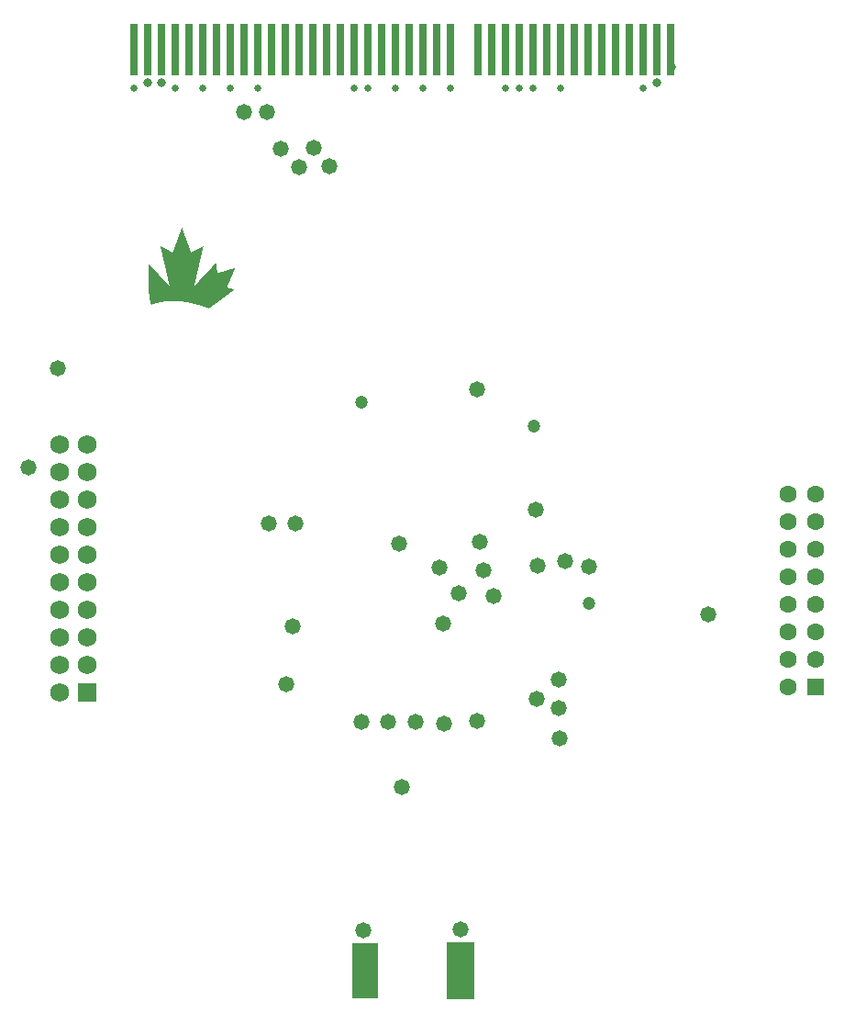
<source format=gbr>
%TF.GenerationSoftware,Altium Limited,Altium Designer,23.3.1 (30)*%
G04 Layer_Color=16711935*
%FSLAX45Y45*%
%MOMM*%
%TF.SameCoordinates,0C5D6AAF-6D96-44C9-A3D7-384C79DD4A31*%
%TF.FilePolarity,Negative*%
%TF.FileFunction,Soldermask,Bot*%
%TF.Part,Single*%
G01*
G75*
%TA.AperFunction,SMDPad,CuDef*%
%ADD22R,2.41300X5.08000*%
%TA.AperFunction,ComponentPad*%
%ADD30R,1.60020X1.60020*%
%ADD31C,1.60020*%
%TA.AperFunction,SMDPad,CuDef*%
%ADD57R,2.61620X5.28320*%
%ADD59R,0.73320X4.77520*%
%TA.AperFunction,ComponentPad*%
%ADD60C,1.73320*%
%ADD61R,1.73320X1.73320*%
%TA.AperFunction,ViaPad*%
%ADD62C,1.47320*%
%ADD63C,1.20320*%
%ADD64C,0.83820*%
%ADD65C,0.64720*%
G36*
X2760068Y8121235D02*
X2760931D01*
Y8118648D01*
X2761793D01*
Y8116923D01*
X2762656D01*
Y8114335D01*
X2763518D01*
Y8111748D01*
X2764381D01*
Y8110022D01*
X2765243D01*
Y8107435D01*
X2766106D01*
Y8104847D01*
X2766968D01*
Y8102260D01*
X2767831D01*
Y8100534D01*
X2768693D01*
Y8097947D01*
X2769556D01*
Y8095359D01*
X2770419D01*
Y8093634D01*
X2771281D01*
Y8091047D01*
X2772144D01*
Y8088459D01*
X2773006D01*
Y8085871D01*
X2773869D01*
Y8084146D01*
X2774731D01*
Y8081559D01*
X2775594D01*
Y8078971D01*
X2776456D01*
Y8077246D01*
X2777319D01*
Y8074658D01*
X2778181D01*
Y8072071D01*
X2779044D01*
Y8069483D01*
X2779907D01*
Y8067758D01*
X2780769D01*
Y8065171D01*
X2781631D01*
Y8062583D01*
X2782494D01*
Y8059995D01*
X2783357D01*
Y8058270D01*
X2784219D01*
Y8055683D01*
X2785082D01*
Y8053095D01*
X2785944D01*
Y8051370D01*
X2786807D01*
Y8048782D01*
X2787669D01*
Y8046195D01*
X2788532D01*
Y8043607D01*
X2789394D01*
Y8041882D01*
X2790257D01*
Y8039294D01*
X2791119D01*
Y8036707D01*
X2791982D01*
Y8034982D01*
X2792845D01*
Y8032394D01*
X2793707D01*
Y8029806D01*
X2794570D01*
Y8027219D01*
X2795432D01*
Y8025494D01*
X2796295D01*
Y8022906D01*
X2797157D01*
Y8020318D01*
X2798020D01*
Y8018594D01*
X2798882D01*
Y8016006D01*
X2799745D01*
Y8013418D01*
X2800607D01*
Y8010831D01*
X2801470D01*
Y8009106D01*
X2802332D01*
Y8006518D01*
X2803195D01*
Y8003930D01*
X2804058D01*
Y8001343D01*
X2804920D01*
Y7999618D01*
X2805783D01*
Y7997030D01*
X2806645D01*
Y7994442D01*
X2807508D01*
Y7992717D01*
X2808370D01*
Y7990130D01*
X2809233D01*
Y7987542D01*
X2810095D01*
Y7984955D01*
X2810958D01*
Y7983229D01*
X2811820D01*
Y7980642D01*
X2812683D01*
Y7978054D01*
X2813546D01*
Y7976329D01*
X2814408D01*
Y7973741D01*
X2815270D01*
Y7971154D01*
X2816133D01*
Y7968566D01*
X2816996D01*
Y7966841D01*
X2817858D01*
Y7964254D01*
X2818721D01*
Y7961666D01*
X2819583D01*
Y7959941D01*
X2820446D01*
Y7957353D01*
X2821308D01*
Y7954766D01*
X2822171D01*
Y7952178D01*
X2823033D01*
Y7950453D01*
X2823896D01*
Y7947865D01*
X2824758D01*
Y7945278D01*
X2825621D01*
Y7943553D01*
X2826484D01*
Y7940965D01*
X2827346D01*
Y7938378D01*
X2828208D01*
Y7935790D01*
X2829071D01*
Y7934065D01*
X2829934D01*
Y7931477D01*
X2830796D01*
Y7928890D01*
X2831659D01*
Y7926302D01*
X2832521D01*
Y7924577D01*
X2833384D01*
Y7921989D01*
X2834246D01*
Y7919402D01*
X2835109D01*
Y7917677D01*
X2835971D01*
Y7915089D01*
X2836834D01*
Y7912501D01*
X2837696D01*
Y7909914D01*
X2838559D01*
Y7908189D01*
X2839422D01*
Y7905601D01*
X2840284D01*
Y7903013D01*
X2841147D01*
Y7901288D01*
X2842009D01*
Y7898701D01*
X2842872D01*
Y7896113D01*
X2843734D01*
Y7893525D01*
X2844597D01*
Y7892663D01*
X2845459D01*
Y7893525D01*
X2847184D01*
Y7894388D01*
X2848909D01*
Y7895251D01*
X2850635D01*
Y7896113D01*
X2852360D01*
Y7896976D01*
X2853222D01*
Y7897838D01*
X2854947D01*
Y7898701D01*
X2856672D01*
Y7899563D01*
X2858397D01*
Y7900426D01*
X2860123D01*
Y7901288D01*
X2861847D01*
Y7902151D01*
X2863573D01*
Y7903013D01*
X2865298D01*
Y7903876D01*
X2867023D01*
Y7904739D01*
X2867885D01*
Y7905601D01*
X2869610D01*
Y7906463D01*
X2871335D01*
Y7907326D01*
X2873061D01*
Y7908189D01*
X2874786D01*
Y7909051D01*
X2876511D01*
Y7909914D01*
X2878236D01*
Y7910776D01*
X2879961D01*
Y7911639D01*
X2881686D01*
Y7912501D01*
X2882548D01*
Y7913364D01*
X2884274D01*
Y7914226D01*
X2885999D01*
Y7915089D01*
X2887724D01*
Y7915951D01*
X2889449D01*
Y7916814D01*
X2891174D01*
Y7917677D01*
X2892899D01*
Y7918539D01*
X2894624D01*
Y7919402D01*
X2896349D01*
Y7920264D01*
X2897212D01*
Y7921127D01*
X2898937D01*
Y7921989D01*
X2900662D01*
Y7922852D01*
X2902387D01*
Y7923714D01*
X2904112D01*
Y7924577D01*
X2905837D01*
Y7925439D01*
X2907562D01*
Y7926302D01*
X2909287D01*
Y7927164D01*
X2911012D01*
Y7928027D01*
X2911875D01*
Y7928890D01*
X2913600D01*
Y7929752D01*
X2915325D01*
Y7930615D01*
X2917050D01*
Y7931477D01*
X2918775D01*
Y7932340D01*
X2920500D01*
Y7933202D01*
X2922225D01*
Y7934065D01*
X2923950D01*
Y7934927D01*
X2925675D01*
Y7935790D01*
X2926538D01*
Y7936652D01*
X2928263D01*
Y7937515D01*
X2929988D01*
Y7938378D01*
X2931713D01*
Y7939240D01*
X2933438D01*
Y7940102D01*
X2935163D01*
Y7940965D01*
X2936888D01*
Y7941828D01*
X2938613D01*
Y7942690D01*
X2940339D01*
Y7943553D01*
X2941201D01*
Y7944415D01*
X2942926D01*
Y7945278D01*
X2944651D01*
Y7946140D01*
X2946376D01*
Y7947003D01*
X2948101D01*
Y7947865D01*
X2949826D01*
Y7948728D01*
X2951551D01*
Y7949590D01*
X2953277D01*
Y7950453D01*
X2955002D01*
Y7951316D01*
X2955864D01*
Y7952178D01*
X2957589D01*
Y7948728D01*
X2956727D01*
Y7945278D01*
X2955864D01*
Y7941828D01*
X2955002D01*
Y7937515D01*
X2954139D01*
Y7934065D01*
X2953277D01*
Y7929752D01*
X2952414D01*
Y7926302D01*
X2951551D01*
Y7922852D01*
X2950689D01*
Y7918539D01*
X2949826D01*
Y7915089D01*
X2948964D01*
Y7911639D01*
X2948101D01*
Y7907326D01*
X2947239D01*
Y7903876D01*
X2946376D01*
Y7900426D01*
X2945514D01*
Y7896113D01*
X2944651D01*
Y7892663D01*
X2943789D01*
Y7888350D01*
X2942926D01*
Y7884900D01*
X2942063D01*
Y7881450D01*
X2941201D01*
Y7877137D01*
X2940339D01*
Y7873687D01*
X2939476D01*
Y7870237D01*
X2938613D01*
Y7865924D01*
X2937751D01*
Y7862474D01*
X2936888D01*
Y7859024D01*
X2936026D01*
Y7854711D01*
X2935163D01*
Y7851261D01*
X2934301D01*
Y7846948D01*
X2933438D01*
Y7843498D01*
X2932576D01*
Y7840048D01*
X2931713D01*
Y7835735D01*
X2930851D01*
Y7832285D01*
X2929988D01*
Y7828835D01*
X2929125D01*
Y7824523D01*
X2928263D01*
Y7821072D01*
X2927400D01*
Y7817622D01*
X2926538D01*
Y7813309D01*
X2925675D01*
Y7809859D01*
X2924813D01*
Y7805547D01*
X2923950D01*
Y7802096D01*
X2923088D01*
Y7798646D01*
X2922225D01*
Y7794334D01*
X2921363D01*
Y7790884D01*
X2920500D01*
Y7787433D01*
X2919638D01*
Y7783121D01*
X2918775D01*
Y7779670D01*
X2917912D01*
Y7776220D01*
X2917050D01*
Y7771908D01*
X2916187D01*
Y7768458D01*
X2915325D01*
Y7764145D01*
X2914462D01*
Y7760695D01*
X2913600D01*
Y7757245D01*
X2912737D01*
Y7752932D01*
X2911875D01*
Y7749482D01*
X2911012D01*
Y7746031D01*
X2910150D01*
Y7741719D01*
X2909287D01*
Y7738269D01*
X2908424D01*
Y7734819D01*
X2907562D01*
Y7730506D01*
X2906700D01*
Y7727056D01*
X2905837D01*
Y7722743D01*
X2904974D01*
Y7721018D01*
Y7720156D01*
Y7719293D01*
X2904112D01*
Y7715843D01*
X2903249D01*
Y7711530D01*
X2902387D01*
Y7708080D01*
X2901524D01*
Y7704630D01*
X2900662D01*
Y7700317D01*
X2899799D01*
Y7696867D01*
X2898937D01*
Y7693417D01*
X2898074D01*
Y7689104D01*
X2897212D01*
Y7685654D01*
X2896349D01*
Y7681341D01*
X2895486D01*
Y7677891D01*
X2894624D01*
Y7674441D01*
X2893762D01*
Y7670128D01*
X2892899D01*
Y7666678D01*
X2892036D01*
Y7663228D01*
X2891174D01*
Y7658915D01*
X2890311D01*
Y7655465D01*
X2889449D01*
Y7652015D01*
X2888586D01*
Y7647702D01*
X2887724D01*
Y7644252D01*
X2886861D01*
Y7639940D01*
X2885999D01*
Y7636489D01*
X2885136D01*
Y7633039D01*
X2884274D01*
Y7628726D01*
X2883411D01*
Y7625276D01*
X2882548D01*
Y7621826D01*
X2881686D01*
Y7617514D01*
X2880823D01*
Y7614063D01*
X2879961D01*
Y7610613D01*
X2879098D01*
Y7606301D01*
X2878236D01*
Y7602850D01*
X2877373D01*
Y7598538D01*
X2876511D01*
Y7595087D01*
X2875648D01*
Y7591637D01*
X2874786D01*
Y7587325D01*
X2873923D01*
Y7583875D01*
X2873061D01*
Y7582149D01*
X2873923D01*
Y7583012D01*
X2874786D01*
Y7583875D01*
X2875648D01*
Y7584737D01*
X2876511D01*
Y7585600D01*
X2877373D01*
Y7586462D01*
X2878236D01*
Y7587325D01*
X2879098D01*
Y7588187D01*
X2879961D01*
Y7589050D01*
X2880823D01*
Y7589912D01*
X2881686D01*
Y7591637D01*
X2882548D01*
Y7592500D01*
X2883411D01*
Y7593363D01*
X2884274D01*
Y7594225D01*
X2885136D01*
Y7595087D01*
X2885999D01*
Y7595950D01*
X2886861D01*
Y7596813D01*
X2887724D01*
Y7597675D01*
X2888586D01*
Y7598538D01*
X2889449D01*
Y7599400D01*
X2890311D01*
Y7600263D01*
X2891174D01*
Y7601125D01*
X2892036D01*
Y7601988D01*
X2892899D01*
Y7603713D01*
X2893762D01*
Y7604575D01*
X2894624D01*
Y7605438D01*
X2895486D01*
Y7606301D01*
X2896349D01*
Y7607163D01*
X2897212D01*
Y7608026D01*
X2898074D01*
Y7608888D01*
X2898937D01*
Y7609751D01*
X2899799D01*
Y7610613D01*
X2900662D01*
Y7611476D01*
X2901524D01*
Y7612338D01*
X2902387D01*
Y7613201D01*
X2903249D01*
Y7614063D01*
X2904112D01*
Y7615788D01*
X2904974D01*
Y7616651D01*
X2905837D01*
Y7617514D01*
X2906700D01*
Y7618376D01*
X2907562D01*
Y7619239D01*
X2908424D01*
Y7620101D01*
X2909287D01*
Y7620964D01*
X2910150D01*
Y7621826D01*
X2911012D01*
Y7622689D01*
X2911875D01*
Y7623551D01*
X2912737D01*
Y7624414D01*
X2913600D01*
Y7625276D01*
X2914462D01*
Y7626139D01*
X2915325D01*
Y7627864D01*
X2916187D01*
Y7628726D01*
X2917050D01*
Y7629589D01*
X2917912D01*
Y7630452D01*
X2918775D01*
Y7631314D01*
X2919638D01*
Y7632177D01*
X2920500D01*
Y7633039D01*
X2921363D01*
Y7633902D01*
X2922225D01*
Y7634764D01*
X2923088D01*
Y7635627D01*
X2923950D01*
Y7636489D01*
X2924813D01*
Y7637352D01*
X2925675D01*
Y7639077D01*
X2926538D01*
Y7639940D01*
X2927400D01*
Y7640802D01*
X2928263D01*
Y7641665D01*
X2929125D01*
Y7642527D01*
X2929988D01*
Y7643390D01*
X2930851D01*
Y7644252D01*
X2931713D01*
Y7645115D01*
X2932576D01*
Y7645977D01*
X2933438D01*
Y7646840D01*
X2934301D01*
Y7647702D01*
X2935163D01*
Y7648565D01*
X2936026D01*
Y7649427D01*
X2936888D01*
Y7651153D01*
X2937751D01*
Y7652015D01*
X2938613D01*
Y7652878D01*
X2939476D01*
Y7653740D01*
X2940339D01*
Y7654603D01*
X2941201D01*
Y7655465D01*
X2942063D01*
Y7656328D01*
X2942926D01*
Y7657190D01*
X2943789D01*
Y7658053D01*
X2944651D01*
Y7658915D01*
X2945514D01*
Y7659778D01*
X2946376D01*
Y7660641D01*
X2947239D01*
Y7661503D01*
X2948101D01*
Y7663228D01*
X2948964D01*
Y7664091D01*
X2949826D01*
Y7664953D01*
X2950689D01*
Y7665816D01*
X2951551D01*
Y7666678D01*
X2952414D01*
Y7667541D01*
X2953277D01*
Y7668403D01*
X2954139D01*
Y7669266D01*
X2955002D01*
Y7670128D01*
X2955864D01*
Y7670991D01*
X2956727D01*
Y7671853D01*
X2957589D01*
Y7672716D01*
X2958452D01*
Y7673579D01*
X2959314D01*
Y7675303D01*
X2960177D01*
Y7676166D01*
X2961039D01*
Y7677029D01*
X2961902D01*
Y7677891D01*
X2962764D01*
Y7678754D01*
X2963627D01*
Y7679616D01*
X2964489D01*
Y7680479D01*
X2965352D01*
Y7681341D01*
X2966215D01*
Y7682204D01*
X2967077D01*
Y7683066D01*
X2967940D01*
Y7683929D01*
X2968802D01*
Y7684791D01*
X2969665D01*
Y7686517D01*
X2970527D01*
Y7687379D01*
X2971390D01*
Y7688242D01*
X2972252D01*
Y7689104D01*
X2973115D01*
Y7689967D01*
X2973977D01*
Y7690829D01*
X2974840D01*
Y7691692D01*
X2975702D01*
Y7692554D01*
X2976565D01*
Y7693417D01*
X2977428D01*
Y7694279D01*
X2978290D01*
Y7695142D01*
X2979153D01*
Y7696004D01*
X2980015D01*
Y7696867D01*
X2980878D01*
Y7698592D01*
X2981740D01*
Y7699455D01*
X2982603D01*
Y7700317D01*
X2983465D01*
Y7701180D01*
X2984328D01*
Y7702042D01*
X2985190D01*
Y7702905D01*
X2986053D01*
Y7703767D01*
X2986916D01*
Y7704630D01*
X2987778D01*
Y7705492D01*
X2988640D01*
Y7706355D01*
X2989503D01*
Y7707218D01*
X2990366D01*
Y7708080D01*
X2991228D01*
Y7708942D01*
X2992091D01*
Y7710668D01*
X2992953D01*
Y7711530D01*
X2993816D01*
Y7712393D01*
X2994678D01*
Y7713255D01*
X2995541D01*
Y7714118D01*
X2996403D01*
Y7714980D01*
X2997266D01*
Y7715843D01*
X2998128D01*
Y7716705D01*
X2998991D01*
Y7717568D01*
X2999854D01*
Y7718430D01*
X3000716D01*
Y7719293D01*
X3001579D01*
Y7720156D01*
X3002441D01*
Y7721018D01*
X3003304D01*
Y7722743D01*
X3004166D01*
Y7723606D01*
X3005029D01*
Y7724468D01*
X3005891D01*
Y7725331D01*
X3006754D01*
Y7726193D01*
X3007616D01*
Y7727056D01*
X3008479D01*
Y7727918D01*
X3009341D01*
Y7728781D01*
X3010204D01*
Y7729643D01*
X3011067D01*
Y7730506D01*
X3011929D01*
Y7731369D01*
X3012792D01*
Y7732231D01*
X3013654D01*
Y7733956D01*
X3014517D01*
Y7734819D01*
X3015379D01*
Y7735681D01*
X3016242D01*
Y7736544D01*
X3017104D01*
Y7737406D01*
X3017967D01*
Y7738269D01*
X3018829D01*
Y7739131D01*
X3019692D01*
Y7739994D01*
X3020555D01*
Y7740856D01*
X3021417D01*
Y7741719D01*
X3022279D01*
Y7742581D01*
X3023142D01*
Y7743444D01*
X3024005D01*
Y7744307D01*
X3024867D01*
Y7746031D01*
X3025730D01*
Y7746894D01*
X3026592D01*
Y7747757D01*
X3027455D01*
Y7748619D01*
X3028317D01*
Y7749482D01*
X3029180D01*
Y7750344D01*
X3030042D01*
Y7751207D01*
X3030905D01*
Y7752069D01*
X3031767D01*
Y7752932D01*
X3032630D01*
Y7753794D01*
X3033493D01*
Y7754657D01*
X3034355D01*
Y7755519D01*
X3035217D01*
Y7756382D01*
X3036080D01*
Y7758107D01*
X3036943D01*
Y7758970D01*
X3037805D01*
Y7759832D01*
X3038668D01*
Y7760695D01*
X3039530D01*
Y7761557D01*
X3040393D01*
Y7762420D01*
X3041255D01*
Y7763282D01*
X3042118D01*
Y7764145D01*
X3042980D01*
Y7765007D01*
X3043843D01*
Y7765870D01*
X3044705D01*
Y7766732D01*
X3045568D01*
Y7767595D01*
X3046431D01*
Y7768458D01*
X3047293D01*
Y7770183D01*
X3048156D01*
Y7771045D01*
X3049018D01*
Y7771908D01*
X3049881D01*
Y7772770D01*
X3050743D01*
Y7773633D01*
X3051606D01*
Y7774495D01*
X3052468D01*
Y7775358D01*
X3053331D01*
Y7776220D01*
X3054193D01*
Y7777083D01*
X3055056D01*
Y7777946D01*
X3055918D01*
Y7778808D01*
X3056781D01*
Y7779670D01*
X3057644D01*
Y7780533D01*
X3058506D01*
Y7782258D01*
X3059369D01*
Y7783121D01*
X3060231D01*
Y7783983D01*
X3061094D01*
Y7784846D01*
X3061956D01*
Y7785708D01*
X3062819D01*
Y7786571D01*
X3063681D01*
Y7787433D01*
X3064544D01*
Y7788296D01*
X3065406D01*
Y7789158D01*
X3066269D01*
Y7790021D01*
X3067132D01*
Y7790884D01*
X3067994D01*
Y7791746D01*
X3068856D01*
Y7793471D01*
X3069719D01*
Y7794334D01*
X3070582D01*
Y7795196D01*
X3071444D01*
Y7796059D01*
X3072307D01*
Y7796921D01*
X3073169D01*
Y7797784D01*
X3074032D01*
Y7794334D01*
X3074894D01*
Y7788296D01*
X3075757D01*
Y7782258D01*
X3076619D01*
Y7776220D01*
X3077482D01*
Y7769320D01*
X3078344D01*
Y7763282D01*
X3079207D01*
Y7757245D01*
X3080070D01*
Y7751207D01*
X3080932D01*
Y7744307D01*
X3081795D01*
Y7738269D01*
X3082657D01*
Y7732231D01*
X3083520D01*
Y7726193D01*
X3084382D01*
Y7720156D01*
X3085245D01*
Y7713255D01*
X3086107D01*
Y7707218D01*
X3086970D01*
Y7703767D01*
X3089557D01*
Y7704630D01*
X3093008D01*
Y7705492D01*
X3095595D01*
Y7706355D01*
X3099045D01*
Y7707218D01*
X3101633D01*
Y7708080D01*
X3104221D01*
Y7708942D01*
X3107671D01*
Y7709805D01*
X3110258D01*
Y7710668D01*
X3113709D01*
Y7711530D01*
X3116296D01*
Y7712393D01*
X3119746D01*
Y7713255D01*
X3122334D01*
Y7714118D01*
X3124921D01*
Y7714980D01*
X3128372D01*
Y7715843D01*
X3130959D01*
Y7716705D01*
X3134409D01*
Y7717568D01*
X3136997D01*
Y7718430D01*
X3140447D01*
Y7719293D01*
X3143035D01*
Y7720156D01*
X3145622D01*
Y7721018D01*
X3149072D01*
Y7721881D01*
X3151660D01*
Y7722743D01*
X3155110D01*
Y7723606D01*
X3157698D01*
Y7724468D01*
X3161148D01*
Y7725331D01*
X3163736D01*
Y7726193D01*
X3166323D01*
Y7727056D01*
X3169773D01*
Y7727918D01*
X3172361D01*
Y7728781D01*
X3175811D01*
Y7729643D01*
X3178399D01*
Y7730506D01*
X3181849D01*
Y7731369D01*
X3184437D01*
Y7732231D01*
X3187887D01*
Y7733093D01*
X3190474D01*
Y7733956D01*
X3193062D01*
Y7734819D01*
X3196512D01*
Y7735681D01*
X3199100D01*
Y7736544D01*
X3202550D01*
Y7737406D01*
X3205137D01*
Y7738269D01*
X3208588D01*
Y7739131D01*
X3211175D01*
Y7739994D01*
X3213763D01*
Y7740856D01*
X3217213D01*
Y7741719D01*
X3219801D01*
Y7742581D01*
X3223251D01*
Y7743444D01*
X3225838D01*
Y7744307D01*
X3229288D01*
Y7745169D01*
X3231876D01*
Y7746031D01*
X3234464D01*
Y7746894D01*
X3237914D01*
Y7747757D01*
X3240502D01*
Y7748619D01*
X3243952D01*
Y7749482D01*
X3246539D01*
Y7750344D01*
X3249989D01*
Y7751207D01*
X3251715D01*
Y7749482D01*
X3250852D01*
Y7747757D01*
X3249989D01*
Y7746031D01*
X3249127D01*
Y7743444D01*
X3248264D01*
Y7741719D01*
X3247402D01*
Y7739131D01*
X3246539D01*
Y7737406D01*
X3245677D01*
Y7735681D01*
X3244814D01*
Y7733093D01*
X3243952D01*
Y7731369D01*
X3243089D01*
Y7729643D01*
X3242227D01*
Y7727056D01*
X3241364D01*
Y7725331D01*
X3240502D01*
Y7723606D01*
X3239639D01*
Y7721018D01*
X3238776D01*
Y7719293D01*
X3237914D01*
Y7716705D01*
X3237051D01*
Y7714980D01*
X3236189D01*
Y7713255D01*
X3235326D01*
Y7710668D01*
X3234464D01*
Y7708942D01*
X3233601D01*
Y7707218D01*
X3232739D01*
Y7704630D01*
X3231876D01*
Y7702905D01*
X3231014D01*
Y7701180D01*
X3230151D01*
Y7698592D01*
X3229288D01*
Y7696867D01*
X3228426D01*
Y7694279D01*
X3227564D01*
Y7692554D01*
X3226701D01*
Y7690829D01*
X3225838D01*
Y7688242D01*
X3224976D01*
Y7686517D01*
X3224113D01*
Y7684791D01*
X3223251D01*
Y7682204D01*
X3222388D01*
Y7680479D01*
X3221526D01*
Y7678754D01*
X3220663D01*
Y7676166D01*
X3219801D01*
Y7674441D01*
X3218938D01*
Y7671853D01*
X3218076D01*
Y7670128D01*
X3217213D01*
Y7668403D01*
X3216350D01*
Y7665816D01*
X3215488D01*
Y7664091D01*
X3214625D01*
Y7662365D01*
X3213763D01*
Y7659778D01*
X3212900D01*
Y7658053D01*
X3212038D01*
Y7656328D01*
X3211175D01*
Y7653740D01*
X3210313D01*
Y7652015D01*
X3209450D01*
Y7649427D01*
X3208588D01*
Y7647702D01*
X3207725D01*
Y7645977D01*
X3206863D01*
Y7643390D01*
X3206000D01*
Y7641665D01*
X3205137D01*
Y7639940D01*
X3204275D01*
Y7637352D01*
X3203412D01*
Y7635627D01*
X3202550D01*
Y7633902D01*
X3201687D01*
Y7631314D01*
X3200825D01*
Y7629589D01*
X3199962D01*
Y7627002D01*
X3199100D01*
Y7625276D01*
X3198237D01*
Y7623551D01*
X3197375D01*
Y7620964D01*
X3196512D01*
Y7619239D01*
X3195649D01*
Y7617514D01*
X3194787D01*
Y7614926D01*
X3193925D01*
Y7613201D01*
X3193062D01*
Y7611476D01*
X3192199D01*
Y7608888D01*
X3191337D01*
Y7607163D01*
X3190474D01*
Y7604575D01*
X3189612D01*
Y7602850D01*
X3188749D01*
Y7601125D01*
X3187887D01*
Y7598538D01*
X3187024D01*
Y7596813D01*
X3186162D01*
Y7595087D01*
X3185299D01*
Y7592500D01*
X3184437D01*
Y7590775D01*
X3183574D01*
Y7589050D01*
X3182711D01*
Y7586462D01*
X3181849D01*
Y7584737D01*
X3180987D01*
Y7582149D01*
X3180124D01*
Y7580425D01*
X3179261D01*
Y7578699D01*
X3178399D01*
Y7576112D01*
X3177536D01*
Y7574387D01*
X3176674D01*
Y7572662D01*
X3175811D01*
Y7571799D01*
X3176674D01*
Y7570937D01*
X3180124D01*
Y7570074D01*
X3182711D01*
Y7569211D01*
X3186162D01*
Y7568349D01*
X3189612D01*
Y7567486D01*
X3192199D01*
Y7566624D01*
X3195649D01*
Y7565761D01*
X3199100D01*
Y7564899D01*
X3201687D01*
Y7564036D01*
X3205137D01*
Y7563174D01*
X3208588D01*
Y7562311D01*
X3211175D01*
Y7561449D01*
X3214625D01*
Y7560586D01*
X3218076D01*
Y7559724D01*
X3220663D01*
Y7558861D01*
X3224113D01*
Y7557998D01*
X3227564D01*
Y7557136D01*
X3230151D01*
Y7556273D01*
X3233601D01*
Y7555411D01*
X3237051D01*
Y7554548D01*
X3239639D01*
Y7553686D01*
X3243089D01*
Y7552823D01*
X3245677D01*
Y7551961D01*
X3244814D01*
Y7551098D01*
X3243089D01*
Y7550236D01*
X3242227D01*
Y7549373D01*
X3241364D01*
Y7548510D01*
X3239639D01*
Y7547648D01*
X3238776D01*
Y7546786D01*
X3237914D01*
Y7545923D01*
X3236189D01*
Y7545060D01*
X3235326D01*
Y7544198D01*
X3234464D01*
Y7543335D01*
X3232739D01*
Y7542473D01*
X3231876D01*
Y7541610D01*
X3231014D01*
Y7540748D01*
X3229288D01*
Y7539885D01*
X3228426D01*
Y7539023D01*
X3227564D01*
Y7538160D01*
X3225838D01*
Y7537298D01*
X3224976D01*
Y7536435D01*
X3224113D01*
Y7535572D01*
X3222388D01*
Y7534710D01*
X3221526D01*
Y7533847D01*
X3220663D01*
Y7532985D01*
X3218938D01*
Y7532122D01*
X3218076D01*
Y7531260D01*
X3216350D01*
Y7530397D01*
X3215488D01*
Y7529535D01*
X3214625D01*
Y7528672D01*
X3212900D01*
Y7527810D01*
X3212038D01*
Y7526947D01*
X3211175D01*
Y7526085D01*
X3209450D01*
Y7525222D01*
X3208588D01*
Y7524359D01*
X3207725D01*
Y7523497D01*
X3206000D01*
Y7522634D01*
X3205137D01*
Y7521772D01*
X3204275D01*
Y7520909D01*
X3202550D01*
Y7520047D01*
X3201687D01*
Y7519184D01*
X3200825D01*
Y7518322D01*
X3199100D01*
Y7517459D01*
X3198237D01*
Y7516597D01*
X3197375D01*
Y7515734D01*
X3195649D01*
Y7514871D01*
X3194787D01*
Y7514009D01*
X3193925D01*
Y7513147D01*
X3192199D01*
Y7512284D01*
X3191337D01*
Y7511421D01*
X3190474D01*
Y7510559D01*
X3188749D01*
Y7509696D01*
X3187887D01*
Y7508834D01*
X3187024D01*
Y7507971D01*
X3185299D01*
Y7507109D01*
X3184437D01*
Y7506246D01*
X3183574D01*
Y7505384D01*
X3181849D01*
Y7504521D01*
X3180987D01*
Y7503659D01*
X3180124D01*
Y7502796D01*
X3178399D01*
Y7501933D01*
X3177536D01*
Y7501071D01*
X3176674D01*
Y7500209D01*
X3174949D01*
Y7499346D01*
X3174086D01*
Y7498483D01*
X3173224D01*
Y7497621D01*
X3171499D01*
Y7496758D01*
X3170636D01*
Y7495896D01*
X3169773D01*
Y7495033D01*
X3168048D01*
Y7494171D01*
X3167186D01*
Y7493308D01*
X3166323D01*
Y7492446D01*
X3164598D01*
Y7491583D01*
X3163736D01*
Y7490721D01*
X3162873D01*
Y7489858D01*
X3161148D01*
Y7488995D01*
X3160286D01*
Y7488133D01*
X3159423D01*
Y7487270D01*
X3157698D01*
Y7486408D01*
X3156835D01*
Y7485545D01*
X3155973D01*
Y7484683D01*
X3154248D01*
Y7483820D01*
X3153385D01*
Y7482958D01*
X3151660D01*
Y7482095D01*
X3150798D01*
Y7481233D01*
X3149935D01*
Y7480370D01*
X3148210D01*
Y7479508D01*
X3147348D01*
Y7478645D01*
X3146485D01*
Y7477782D01*
X3144760D01*
Y7476920D01*
X3143897D01*
Y7476057D01*
X3143035D01*
Y7475195D01*
X3141310D01*
Y7474332D01*
X3140447D01*
Y7473470D01*
X3139585D01*
Y7472607D01*
X3137860D01*
Y7471745D01*
X3136997D01*
Y7470882D01*
X3136134D01*
Y7470020D01*
X3134409D01*
Y7469157D01*
X3133547D01*
Y7468294D01*
X3132684D01*
Y7467432D01*
X3130959D01*
Y7466570D01*
X3130097D01*
Y7465707D01*
X3129234D01*
Y7464844D01*
X3127509D01*
Y7463982D01*
X3126647D01*
Y7463119D01*
X3125784D01*
Y7462257D01*
X3124059D01*
Y7461394D01*
X3123196D01*
Y7460532D01*
X3122334D01*
Y7459669D01*
X3120609D01*
Y7458807D01*
X3119746D01*
Y7457944D01*
X3118884D01*
Y7457082D01*
X3117159D01*
Y7456219D01*
X3116296D01*
Y7455356D01*
X3115433D01*
Y7454494D01*
X3113709D01*
Y7453631D01*
X3112846D01*
Y7452769D01*
X3111983D01*
Y7451906D01*
X3110258D01*
Y7451044D01*
X3109396D01*
Y7450181D01*
X3108533D01*
Y7449319D01*
X3106808D01*
Y7448456D01*
X3105946D01*
Y7447594D01*
X3105083D01*
Y7446731D01*
X3103358D01*
Y7445869D01*
X3102495D01*
Y7445006D01*
X3101633D01*
Y7444143D01*
X3099908D01*
Y7443281D01*
X3099045D01*
Y7442418D01*
X3098183D01*
Y7441556D01*
X3096458D01*
Y7440693D01*
X3095595D01*
Y7439831D01*
X3094733D01*
Y7438968D01*
X3093008D01*
Y7438106D01*
X3092145D01*
Y7437243D01*
X3091283D01*
Y7436381D01*
X3089557D01*
Y7435518D01*
X3088695D01*
Y7434655D01*
X3086970D01*
Y7433793D01*
X3086107D01*
Y7432931D01*
X3085245D01*
Y7432068D01*
X3083520D01*
Y7431205D01*
X3082657D01*
Y7430343D01*
X3081795D01*
Y7429480D01*
X3080070D01*
Y7428618D01*
X3079207D01*
Y7427755D01*
X3078344D01*
Y7426893D01*
X3076619D01*
Y7426030D01*
X3075757D01*
Y7425168D01*
X3074894D01*
Y7424305D01*
X3073169D01*
Y7423443D01*
X3072307D01*
Y7422580D01*
X3071444D01*
Y7421717D01*
X3069719D01*
Y7420855D01*
X3068856D01*
Y7419993D01*
X3067994D01*
Y7419130D01*
X3066269D01*
Y7418267D01*
X3065406D01*
Y7417405D01*
X3064544D01*
Y7416542D01*
X3062819D01*
Y7415680D01*
X3061956D01*
Y7414817D01*
X3061094D01*
Y7413955D01*
X3059369D01*
Y7413092D01*
X3058506D01*
Y7412230D01*
X3057644D01*
Y7411367D01*
X3055918D01*
Y7410505D01*
X3055056D01*
Y7409642D01*
X3054193D01*
Y7408779D01*
X3052468D01*
Y7407917D01*
X3051606D01*
Y7407054D01*
X3050743D01*
Y7406192D01*
X3049018D01*
Y7405329D01*
X3048156D01*
Y7404467D01*
X3047293D01*
Y7403604D01*
X3045568D01*
Y7402742D01*
X3044705D01*
Y7401879D01*
X3043843D01*
Y7401017D01*
X3042118D01*
Y7400154D01*
X3041255D01*
Y7399292D01*
X3040393D01*
Y7398429D01*
X3038668D01*
Y7397566D01*
X3037805D01*
Y7396704D01*
X3036943D01*
Y7395841D01*
X3035217D01*
Y7394979D01*
X3034355D01*
Y7394116D01*
X3033493D01*
Y7393254D01*
X3031767D01*
Y7392391D01*
X3030905D01*
Y7391529D01*
X3030042D01*
Y7390666D01*
X3028317D01*
Y7389804D01*
X3027455D01*
Y7388941D01*
X3025730D01*
Y7388078D01*
X3024867D01*
Y7387216D01*
X3024005D01*
Y7386354D01*
X3022279D01*
Y7385491D01*
X3021417D01*
Y7384628D01*
X3020555D01*
Y7383766D01*
X3018829D01*
Y7382903D01*
X3017967D01*
Y7382041D01*
X3017104D01*
Y7381178D01*
X3015379D01*
Y7380316D01*
X3014517D01*
Y7379453D01*
X3013654D01*
Y7378591D01*
X3011929D01*
Y7377728D01*
X3011067D01*
Y7376866D01*
X3007616D01*
Y7377728D01*
X3005891D01*
Y7378591D01*
X3003304D01*
Y7379453D01*
X3000716D01*
Y7380316D01*
X2998991D01*
Y7381178D01*
X2996403D01*
Y7382041D01*
X2993816D01*
Y7382903D01*
X2992091D01*
Y7383766D01*
X2989503D01*
Y7384628D01*
X2986916D01*
Y7385491D01*
X2985190D01*
Y7386354D01*
X2982603D01*
Y7387216D01*
X2980015D01*
Y7388078D01*
X2977428D01*
Y7388941D01*
X2974840D01*
Y7389804D01*
X2973115D01*
Y7390666D01*
X2970527D01*
Y7391529D01*
X2967940D01*
Y7392391D01*
X2965352D01*
Y7393254D01*
X2962764D01*
Y7394116D01*
X2960177D01*
Y7394979D01*
X2957589D01*
Y7395841D01*
X2955002D01*
Y7396704D01*
X2952414D01*
Y7397566D01*
X2949826D01*
Y7398429D01*
X2947239D01*
Y7399292D01*
X2944651D01*
Y7400154D01*
X2942063D01*
Y7401017D01*
X2939476D01*
Y7401879D01*
X2936888D01*
Y7402742D01*
X2934301D01*
Y7403604D01*
X2930851D01*
Y7404467D01*
X2928263D01*
Y7405329D01*
X2925675D01*
Y7406192D01*
X2923088D01*
Y7407054D01*
X2919638D01*
Y7407917D01*
X2917050D01*
Y7408779D01*
X2914462D01*
Y7409642D01*
X2911012D01*
Y7410505D01*
X2908424D01*
Y7411367D01*
X2904974D01*
Y7412230D01*
X2902387D01*
Y7413092D01*
X2898937D01*
Y7413955D01*
X2896349D01*
Y7414817D01*
X2892899D01*
Y7415680D01*
X2889449D01*
Y7416542D01*
X2886861D01*
Y7417405D01*
X2883411D01*
Y7418267D01*
X2879961D01*
Y7419130D01*
X2876511D01*
Y7419993D01*
X2873061D01*
Y7420855D01*
X2869610D01*
Y7421717D01*
X2866160D01*
Y7422580D01*
X2862710D01*
Y7423443D01*
X2859260D01*
Y7424305D01*
X2855810D01*
Y7425168D01*
X2851497D01*
Y7426030D01*
X2848047D01*
Y7426893D01*
X2844597D01*
Y7427755D01*
X2840284D01*
Y7428618D01*
X2835971D01*
Y7429480D01*
X2832521D01*
Y7430343D01*
X2828208D01*
Y7431205D01*
X2823896D01*
Y7432068D01*
X2819583D01*
Y7432931D01*
X2814408D01*
Y7433793D01*
X2810095D01*
Y7434655D01*
X2804920D01*
Y7435518D01*
X2800607D01*
Y7436381D01*
X2795432D01*
Y7437243D01*
X2789394D01*
Y7438106D01*
X2784219D01*
Y7438968D01*
X2778181D01*
Y7439831D01*
X2772144D01*
Y7440693D01*
X2765243D01*
Y7441556D01*
X2758343D01*
Y7442418D01*
X2750580D01*
Y7443281D01*
X2741955D01*
Y7444143D01*
X2732467D01*
Y7445006D01*
X2721254D01*
Y7445869D01*
X2705728D01*
Y7446731D01*
X2647076D01*
Y7445869D01*
X2632413D01*
Y7445006D01*
X2621199D01*
Y7444143D01*
X2612574D01*
Y7443281D01*
X2604811D01*
Y7442418D01*
X2597911D01*
Y7441556D01*
X2591873D01*
Y7440693D01*
X2585836D01*
Y7439831D01*
X2580660D01*
Y7438968D01*
X2575485D01*
Y7438106D01*
X2571172D01*
Y7437243D01*
X2565997D01*
Y7436381D01*
X2561684D01*
Y7435518D01*
X2557372D01*
Y7434655D01*
X2553922D01*
Y7433793D01*
X2549609D01*
Y7432931D01*
X2546159D01*
Y7432068D01*
X2542709D01*
Y7431205D01*
X2539259D01*
Y7430343D01*
X2535808D01*
Y7429480D01*
X2532358D01*
Y7428618D01*
X2528908D01*
Y7427755D01*
X2526321D01*
Y7426893D01*
X2522870D01*
Y7426030D01*
X2520283D01*
Y7425168D01*
X2517695D01*
Y7424305D01*
X2514245D01*
Y7423443D01*
X2511657D01*
Y7422580D01*
X2509070D01*
Y7421717D01*
X2506482D01*
Y7420855D01*
X2503894D01*
Y7419993D01*
X2501307D01*
Y7419130D01*
X2498719D01*
Y7418267D01*
X2496132D01*
Y7417405D01*
X2493544D01*
Y7416542D01*
X2490956D01*
Y7415680D01*
X2489231D01*
Y7414817D01*
X2486644D01*
Y7413955D01*
X2484056D01*
Y7413092D01*
X2482331D01*
Y7412230D01*
X2479743D01*
Y7411367D01*
X2478018D01*
Y7410505D01*
X2474568D01*
Y7413092D01*
X2473706D01*
Y7416542D01*
X2472843D01*
Y7420855D01*
X2471981D01*
Y7424305D01*
X2471118D01*
Y7427755D01*
X2470255D01*
Y7432068D01*
X2469393D01*
Y7435518D01*
X2468530D01*
Y7439831D01*
X2467668D01*
Y7444143D01*
X2466805D01*
Y7448456D01*
X2465943D01*
Y7452769D01*
X2465080D01*
Y7457082D01*
X2464218D01*
Y7462257D01*
X2463355D01*
Y7467432D01*
X2462493D01*
Y7472607D01*
X2461630D01*
Y7478645D01*
X2460767D01*
Y7483820D01*
X2459905D01*
Y7490721D01*
X2459043D01*
Y7497621D01*
X2458180D01*
Y7504521D01*
X2457317D01*
Y7512284D01*
X2456455D01*
Y7521772D01*
X2455592D01*
Y7531260D01*
X2454730D01*
Y7544198D01*
X2453867D01*
Y7560586D01*
X2453005D01*
Y7585600D01*
X2452142D01*
Y7615788D01*
X2451280D01*
Y7653740D01*
X2450417D01*
Y7708080D01*
X2449555D01*
Y7792609D01*
X2450417D01*
Y7791746D01*
X2451280D01*
Y7790884D01*
X2452142D01*
Y7790021D01*
X2453005D01*
Y7789158D01*
X2453867D01*
Y7788296D01*
X2454730D01*
Y7787433D01*
X2455592D01*
Y7786571D01*
X2456455D01*
Y7785708D01*
X2457317D01*
Y7784846D01*
X2458180D01*
Y7783983D01*
X2459043D01*
Y7782258D01*
X2459905D01*
Y7781396D01*
X2460767D01*
Y7780533D01*
X2461630D01*
Y7779670D01*
X2462493D01*
Y7778808D01*
X2463355D01*
Y7777946D01*
X2464218D01*
Y7777083D01*
X2465080D01*
Y7776220D01*
X2465943D01*
Y7775358D01*
X2466805D01*
Y7774495D01*
X2467668D01*
Y7773633D01*
X2468530D01*
Y7772770D01*
X2469393D01*
Y7771908D01*
X2470255D01*
Y7770183D01*
X2471118D01*
Y7769320D01*
X2471981D01*
Y7768458D01*
X2472843D01*
Y7767595D01*
X2473706D01*
Y7766732D01*
X2474568D01*
Y7765870D01*
X2475431D01*
Y7765007D01*
X2476293D01*
Y7764145D01*
X2477156D01*
Y7763282D01*
X2478018D01*
Y7762420D01*
X2478881D01*
Y7761557D01*
X2479743D01*
Y7760695D01*
X2480606D01*
Y7759832D01*
X2481468D01*
Y7758107D01*
X2482331D01*
Y7757245D01*
X2483194D01*
Y7756382D01*
X2484056D01*
Y7755519D01*
X2484919D01*
Y7754657D01*
X2485781D01*
Y7753794D01*
X2486644D01*
Y7752932D01*
X2487506D01*
Y7752069D01*
X2488369D01*
Y7751207D01*
X2489231D01*
Y7750344D01*
X2490094D01*
Y7749482D01*
X2490956D01*
Y7748619D01*
X2491819D01*
Y7746894D01*
X2492682D01*
Y7746031D01*
X2493544D01*
Y7745169D01*
X2494406D01*
Y7744307D01*
X2495269D01*
Y7743444D01*
X2496132D01*
Y7742581D01*
X2496994D01*
Y7741719D01*
X2497857D01*
Y7740856D01*
X2498719D01*
Y7739994D01*
X2499582D01*
Y7739131D01*
X2500444D01*
Y7738269D01*
X2501307D01*
Y7737406D01*
X2502169D01*
Y7736544D01*
X2503032D01*
Y7734819D01*
X2503894D01*
Y7733956D01*
X2504757D01*
Y7733093D01*
X2505620D01*
Y7732231D01*
X2506482D01*
Y7731369D01*
X2507345D01*
Y7730506D01*
X2508207D01*
Y7729643D01*
X2509070D01*
Y7728781D01*
X2509932D01*
Y7727918D01*
X2510795D01*
Y7727056D01*
X2511657D01*
Y7726193D01*
X2512520D01*
Y7725331D01*
X2513382D01*
Y7724468D01*
X2514245D01*
Y7722743D01*
X2515107D01*
Y7721881D01*
X2515970D01*
Y7721018D01*
X2516833D01*
Y7720156D01*
X2517695D01*
Y7719293D01*
X2518558D01*
Y7718430D01*
X2519420D01*
Y7717568D01*
X2520283D01*
Y7716705D01*
X2521145D01*
Y7715843D01*
X2522008D01*
Y7714980D01*
X2522870D01*
Y7714118D01*
X2523733D01*
Y7713255D01*
X2524595D01*
Y7712393D01*
X2525458D01*
Y7710668D01*
X2526321D01*
Y7709805D01*
X2527183D01*
Y7708942D01*
X2528045D01*
Y7708080D01*
X2528908D01*
Y7707218D01*
X2529771D01*
Y7706355D01*
X2530633D01*
Y7705492D01*
X2531496D01*
Y7704630D01*
X2532358D01*
Y7703767D01*
X2533221D01*
Y7702905D01*
X2534083D01*
Y7702042D01*
X2534946D01*
Y7701180D01*
X2535808D01*
Y7699455D01*
X2536671D01*
Y7698592D01*
X2537533D01*
Y7697730D01*
X2538396D01*
Y7696867D01*
X2539259D01*
Y7696004D01*
X2540121D01*
Y7695142D01*
X2540983D01*
Y7694279D01*
X2541846D01*
Y7693417D01*
X2542709D01*
Y7692554D01*
X2543571D01*
Y7691692D01*
X2544434D01*
Y7690829D01*
X2545296D01*
Y7689967D01*
X2546159D01*
Y7689104D01*
X2547021D01*
Y7687379D01*
X2547884D01*
Y7686517D01*
X2548746D01*
Y7685654D01*
X2549609D01*
Y7684791D01*
X2550471D01*
Y7683929D01*
X2551334D01*
Y7683066D01*
X2552197D01*
Y7682204D01*
X2553059D01*
Y7681341D01*
X2553922D01*
Y7680479D01*
X2554784D01*
Y7679616D01*
X2555647D01*
Y7678754D01*
X2556509D01*
Y7677891D01*
X2557372D01*
Y7677029D01*
X2558234D01*
Y7675303D01*
X2559097D01*
Y7674441D01*
X2559959D01*
Y7673579D01*
X2560822D01*
Y7672716D01*
X2561684D01*
Y7671853D01*
X2562547D01*
Y7670991D01*
X2563410D01*
Y7670128D01*
X2564272D01*
Y7669266D01*
X2565135D01*
Y7668403D01*
X2565997D01*
Y7667541D01*
X2566860D01*
Y7666678D01*
X2567722D01*
Y7665816D01*
X2568585D01*
Y7664953D01*
X2569447D01*
Y7663228D01*
X2570310D01*
Y7662365D01*
X2571172D01*
Y7661503D01*
X2572035D01*
Y7660641D01*
X2572898D01*
Y7659778D01*
X2573760D01*
Y7658915D01*
X2574622D01*
Y7658053D01*
X2575485D01*
Y7657190D01*
X2576348D01*
Y7656328D01*
X2577210D01*
Y7655465D01*
X2578073D01*
Y7654603D01*
X2578935D01*
Y7653740D01*
X2579798D01*
Y7652878D01*
X2580660D01*
Y7651153D01*
X2581523D01*
Y7650290D01*
X2582385D01*
Y7649427D01*
X2583248D01*
Y7648565D01*
X2584110D01*
Y7647702D01*
X2584973D01*
Y7646840D01*
X2585836D01*
Y7645977D01*
X2586698D01*
Y7645115D01*
X2587561D01*
Y7644252D01*
X2588423D01*
Y7643390D01*
X2589286D01*
Y7642527D01*
X2590148D01*
Y7641665D01*
X2591011D01*
Y7639940D01*
X2591873D01*
Y7639077D01*
X2592736D01*
Y7638214D01*
X2593598D01*
Y7637352D01*
X2594461D01*
Y7636489D01*
X2595323D01*
Y7635627D01*
X2596186D01*
Y7634764D01*
X2597048D01*
Y7633902D01*
X2597911D01*
Y7633039D01*
X2598774D01*
Y7632177D01*
X2599636D01*
Y7631314D01*
X2600499D01*
Y7630452D01*
X2601361D01*
Y7629589D01*
X2602224D01*
Y7627864D01*
X2603086D01*
Y7627002D01*
X2603949D01*
Y7626139D01*
X2604811D01*
Y7625276D01*
X2605674D01*
Y7624414D01*
X2606536D01*
Y7623551D01*
X2607399D01*
Y7622689D01*
X2608261D01*
Y7621826D01*
X2609124D01*
Y7620964D01*
X2609987D01*
Y7620101D01*
X2610849D01*
Y7619239D01*
X2611712D01*
Y7618376D01*
X2612574D01*
Y7617514D01*
X2613437D01*
Y7615788D01*
X2614299D01*
Y7614926D01*
X2615162D01*
Y7614063D01*
X2616024D01*
Y7613201D01*
X2616887D01*
Y7612338D01*
X2617749D01*
Y7611476D01*
X2618612D01*
Y7610613D01*
X2619475D01*
Y7609751D01*
X2620337D01*
Y7608888D01*
X2621199D01*
Y7608026D01*
X2622062D01*
Y7607163D01*
X2622925D01*
Y7606301D01*
X2623787D01*
Y7605438D01*
X2624650D01*
Y7603713D01*
X2625512D01*
Y7602850D01*
X2626375D01*
Y7601988D01*
X2627237D01*
Y7601125D01*
X2628100D01*
Y7600263D01*
X2628962D01*
Y7599400D01*
X2629825D01*
Y7598538D01*
X2630687D01*
Y7597675D01*
X2631550D01*
Y7596813D01*
X2632413D01*
Y7595950D01*
X2633275D01*
Y7595087D01*
X2634138D01*
Y7594225D01*
X2635000D01*
Y7592500D01*
X2635863D01*
Y7591637D01*
X2636725D01*
Y7590775D01*
X2637588D01*
Y7589912D01*
X2638450D01*
Y7589050D01*
X2639313D01*
Y7588187D01*
X2640175D01*
Y7587325D01*
X2641038D01*
Y7586462D01*
X2641900D01*
Y7585600D01*
X2642763D01*
Y7584737D01*
X2643626D01*
Y7583875D01*
X2644488D01*
Y7583012D01*
X2645351D01*
Y7582149D01*
X2646213D01*
Y7583012D01*
X2645351D01*
Y7587325D01*
X2644488D01*
Y7590775D01*
X2643626D01*
Y7594225D01*
X2642763D01*
Y7598538D01*
X2641900D01*
Y7601988D01*
X2641038D01*
Y7605438D01*
X2640175D01*
Y7609751D01*
X2639313D01*
Y7613201D01*
X2638450D01*
Y7617514D01*
X2637588D01*
Y7620964D01*
X2636725D01*
Y7624414D01*
X2635863D01*
Y7628726D01*
X2635000D01*
Y7632177D01*
X2634138D01*
Y7635627D01*
X2633275D01*
Y7639940D01*
X2632413D01*
Y7643390D01*
X2631550D01*
Y7646840D01*
X2630687D01*
Y7651153D01*
X2629825D01*
Y7654603D01*
X2628962D01*
Y7658915D01*
X2628100D01*
Y7662365D01*
X2627237D01*
Y7665816D01*
X2626375D01*
Y7670128D01*
X2625512D01*
Y7673579D01*
X2624650D01*
Y7677029D01*
X2623787D01*
Y7681341D01*
X2622925D01*
Y7684791D01*
X2622062D01*
Y7688242D01*
X2621199D01*
Y7692554D01*
X2620337D01*
Y7696004D01*
X2619475D01*
Y7700317D01*
X2618612D01*
Y7703767D01*
X2617749D01*
Y7707218D01*
X2616887D01*
Y7711530D01*
X2616024D01*
Y7714980D01*
X2615162D01*
Y7718430D01*
X2614299D01*
Y7722743D01*
X2613437D01*
Y7726193D01*
X2612574D01*
Y7729643D01*
X2611712D01*
Y7733956D01*
X2610849D01*
Y7737406D01*
X2609987D01*
Y7741719D01*
X2609124D01*
Y7745169D01*
X2608261D01*
Y7748619D01*
X2607399D01*
Y7752932D01*
X2606536D01*
Y7756382D01*
X2605674D01*
Y7759832D01*
X2604811D01*
Y7764145D01*
X2603949D01*
Y7767595D01*
X2603086D01*
Y7771045D01*
X2602224D01*
Y7775358D01*
X2601361D01*
Y7778808D01*
X2600499D01*
Y7782258D01*
X2599636D01*
Y7786571D01*
X2598774D01*
Y7790021D01*
X2597911D01*
Y7794334D01*
X2597048D01*
Y7797784D01*
X2596186D01*
Y7801234D01*
X2595323D01*
Y7805547D01*
X2594461D01*
Y7808997D01*
X2593598D01*
Y7812447D01*
X2592736D01*
Y7816760D01*
X2591873D01*
Y7820210D01*
X2591011D01*
Y7823660D01*
X2590148D01*
Y7827973D01*
X2589286D01*
Y7831423D01*
X2588423D01*
Y7835735D01*
X2587561D01*
Y7839186D01*
X2586698D01*
Y7842636D01*
X2585836D01*
Y7846948D01*
X2584973D01*
Y7850399D01*
X2584110D01*
Y7853849D01*
X2583248D01*
Y7858162D01*
X2582385D01*
Y7861612D01*
X2581523D01*
Y7865062D01*
X2580660D01*
Y7869374D01*
X2579798D01*
Y7872824D01*
X2578935D01*
Y7877137D01*
X2578073D01*
Y7880587D01*
X2577210D01*
Y7884038D01*
X2576348D01*
Y7888350D01*
X2575485D01*
Y7891800D01*
X2574622D01*
Y7895251D01*
X2573760D01*
Y7899563D01*
X2572898D01*
Y7903013D01*
X2572035D01*
Y7906463D01*
X2571172D01*
Y7910776D01*
X2570310D01*
Y7914226D01*
X2569447D01*
Y7918539D01*
X2568585D01*
Y7921989D01*
X2567722D01*
Y7925439D01*
X2566860D01*
Y7929752D01*
X2565997D01*
Y7933202D01*
X2565135D01*
Y7936652D01*
X2564272D01*
Y7940965D01*
X2563410D01*
Y7944415D01*
X2562547D01*
Y7947865D01*
X2561684D01*
Y7952178D01*
X2562547D01*
Y7951316D01*
X2564272D01*
Y7950453D01*
X2565997D01*
Y7949590D01*
X2567722D01*
Y7948728D01*
X2569447D01*
Y7947865D01*
X2571172D01*
Y7947003D01*
X2572898D01*
Y7946140D01*
X2574622D01*
Y7945278D01*
X2576348D01*
Y7944415D01*
X2577210D01*
Y7943553D01*
X2578935D01*
Y7942690D01*
X2580660D01*
Y7941828D01*
X2582385D01*
Y7940965D01*
X2584110D01*
Y7940102D01*
X2585836D01*
Y7939240D01*
X2587561D01*
Y7938378D01*
X2589286D01*
Y7937515D01*
X2591011D01*
Y7936652D01*
X2591873D01*
Y7935790D01*
X2593598D01*
Y7934927D01*
X2595323D01*
Y7934065D01*
X2597048D01*
Y7933202D01*
X2598774D01*
Y7932340D01*
X2600499D01*
Y7931477D01*
X2602224D01*
Y7930615D01*
X2603949D01*
Y7929752D01*
X2605674D01*
Y7928890D01*
X2606536D01*
Y7928027D01*
X2608261D01*
Y7927164D01*
X2609987D01*
Y7926302D01*
X2611712D01*
Y7925439D01*
X2613437D01*
Y7924577D01*
X2615162D01*
Y7923714D01*
X2616887D01*
Y7922852D01*
X2618612D01*
Y7921989D01*
X2620337D01*
Y7921127D01*
X2621199D01*
Y7920264D01*
X2622925D01*
Y7919402D01*
X2624650D01*
Y7918539D01*
X2626375D01*
Y7917677D01*
X2628100D01*
Y7916814D01*
X2629825D01*
Y7915951D01*
X2631550D01*
Y7915089D01*
X2633275D01*
Y7914226D01*
X2635000D01*
Y7913364D01*
X2635863D01*
Y7912501D01*
X2637588D01*
Y7911639D01*
X2639313D01*
Y7910776D01*
X2641038D01*
Y7909914D01*
X2642763D01*
Y7909051D01*
X2644488D01*
Y7908189D01*
X2646213D01*
Y7907326D01*
X2647938D01*
Y7906463D01*
X2649663D01*
Y7905601D01*
X2650526D01*
Y7904739D01*
X2652251D01*
Y7903876D01*
X2653976D01*
Y7903013D01*
X2655701D01*
Y7902151D01*
X2657426D01*
Y7901288D01*
X2659151D01*
Y7900426D01*
X2660876D01*
Y7899563D01*
X2662601D01*
Y7898701D01*
X2664326D01*
Y7897838D01*
X2665189D01*
Y7896976D01*
X2666914D01*
Y7896113D01*
X2668639D01*
Y7895251D01*
X2670364D01*
Y7894388D01*
X2672089D01*
Y7893525D01*
X2673814D01*
Y7892663D01*
X2674677D01*
Y7894388D01*
X2675539D01*
Y7896976D01*
X2676402D01*
Y7898701D01*
X2677264D01*
Y7901288D01*
X2678127D01*
Y7903876D01*
X2678990D01*
Y7905601D01*
X2679852D01*
Y7908189D01*
X2680715D01*
Y7910776D01*
X2681577D01*
Y7913364D01*
X2682440D01*
Y7915089D01*
X2683302D01*
Y7917677D01*
X2684165D01*
Y7920264D01*
X2685027D01*
Y7921989D01*
X2685890D01*
Y7924577D01*
X2686752D01*
Y7927164D01*
X2687615D01*
Y7929752D01*
X2688477D01*
Y7931477D01*
X2689340D01*
Y7934065D01*
X2690203D01*
Y7936652D01*
X2691065D01*
Y7939240D01*
X2691928D01*
Y7940965D01*
X2692790D01*
Y7943553D01*
X2693653D01*
Y7946140D01*
X2694515D01*
Y7947865D01*
X2695378D01*
Y7950453D01*
X2696240D01*
Y7953040D01*
X2697103D01*
Y7955628D01*
X2697965D01*
Y7957353D01*
X2698828D01*
Y7959941D01*
X2699691D01*
Y7962528D01*
X2700553D01*
Y7964254D01*
X2701415D01*
Y7966841D01*
X2702278D01*
Y7969429D01*
X2703141D01*
Y7972016D01*
X2704003D01*
Y7973741D01*
X2704866D01*
Y7976329D01*
X2705728D01*
Y7978917D01*
X2706591D01*
Y7980642D01*
X2707453D01*
Y7983229D01*
X2708316D01*
Y7985817D01*
X2709178D01*
Y7988405D01*
X2710041D01*
Y7990130D01*
X2710903D01*
Y7992717D01*
X2711766D01*
Y7995305D01*
X2712629D01*
Y7997893D01*
X2713491D01*
Y7999618D01*
X2714354D01*
Y8002205D01*
X2715216D01*
Y8004793D01*
X2716079D01*
Y8006518D01*
X2716941D01*
Y8009106D01*
X2717804D01*
Y8011693D01*
X2718666D01*
Y8014281D01*
X2719529D01*
Y8016006D01*
X2720391D01*
Y8018594D01*
X2721254D01*
Y8021181D01*
X2722116D01*
Y8022906D01*
X2722979D01*
Y8025494D01*
X2723842D01*
Y8028081D01*
X2724704D01*
Y8030669D01*
X2725567D01*
Y8032394D01*
X2726429D01*
Y8034982D01*
X2727292D01*
Y8037569D01*
X2728154D01*
Y8039294D01*
X2729017D01*
Y8041882D01*
X2729879D01*
Y8044470D01*
X2730742D01*
Y8047057D01*
X2731604D01*
Y8048782D01*
X2732467D01*
Y8051370D01*
X2733330D01*
Y8053957D01*
X2734192D01*
Y8056545D01*
X2735054D01*
Y8058270D01*
X2735917D01*
Y8060858D01*
X2736780D01*
Y8063445D01*
X2737642D01*
Y8065171D01*
X2738505D01*
Y8067758D01*
X2739367D01*
Y8070346D01*
X2740230D01*
Y8072933D01*
X2741092D01*
Y8074658D01*
X2741955D01*
Y8077246D01*
X2742817D01*
Y8079834D01*
X2743680D01*
Y8081559D01*
X2744542D01*
Y8084146D01*
X2745405D01*
Y8086734D01*
X2746268D01*
Y8089322D01*
X2747130D01*
Y8091047D01*
X2747992D01*
Y8093634D01*
X2748855D01*
Y8096222D01*
X2749718D01*
Y8097947D01*
X2750580D01*
Y8100534D01*
X2751443D01*
Y8103122D01*
X2752305D01*
Y8105710D01*
X2753168D01*
Y8107435D01*
X2754030D01*
Y8110022D01*
X2754893D01*
Y8112610D01*
X2755755D01*
Y8114335D01*
X2756618D01*
Y8116923D01*
X2757480D01*
Y8119510D01*
X2758343D01*
Y8122098D01*
X2759206D01*
Y8122960D01*
X2760068D01*
Y8121235D01*
D02*
G37*
D22*
X4451850Y1270000D02*
D03*
D30*
X8604000Y3886000D02*
D03*
D31*
X8350000D02*
D03*
X8604000Y4140000D02*
D03*
X8350000D02*
D03*
X8604000Y4394000D02*
D03*
X8350000D02*
D03*
X8604000Y4648000D02*
D03*
X8350000D02*
D03*
X8604000Y4902000D02*
D03*
X8350000D02*
D03*
X8604000Y5156000D02*
D03*
X8350000D02*
D03*
X8604000Y5410000D02*
D03*
X8350000D02*
D03*
X8604000Y5664000D02*
D03*
X8350000D02*
D03*
D57*
X5328150Y1270000D02*
D03*
D59*
X5238700Y9760000D02*
D03*
X7270700D02*
D03*
X7143700D02*
D03*
X7016700D02*
D03*
X6889700D02*
D03*
X6762700D02*
D03*
X6635700D02*
D03*
X6508700D02*
D03*
X6381700D02*
D03*
X6254700D02*
D03*
X6127700D02*
D03*
X6000700D02*
D03*
X5873700D02*
D03*
X5746700D02*
D03*
X5619700D02*
D03*
X5492700D02*
D03*
X5111700D02*
D03*
X4984700D02*
D03*
X4857700D02*
D03*
X4730700D02*
D03*
X4603700D02*
D03*
X4476700D02*
D03*
X4349700D02*
D03*
X4222700D02*
D03*
X4095700D02*
D03*
X3968700D02*
D03*
X3841700D02*
D03*
X3714700D02*
D03*
X3587700D02*
D03*
X3460700D02*
D03*
X3333700D02*
D03*
X3206700D02*
D03*
X3079700D02*
D03*
X2952700D02*
D03*
X2825700D02*
D03*
X2698700D02*
D03*
X2571700D02*
D03*
X2444700D02*
D03*
X2317700D02*
D03*
D60*
X1630000Y6122000D02*
D03*
X1884000D02*
D03*
X1630000Y5868000D02*
D03*
X1884000D02*
D03*
X1630000Y5614000D02*
D03*
X1884000D02*
D03*
X1630000Y5360000D02*
D03*
X1884000D02*
D03*
X1630000Y5106000D02*
D03*
X1884000D02*
D03*
X1630000Y4852000D02*
D03*
X1884000D02*
D03*
X1630000Y4598000D02*
D03*
X1884000D02*
D03*
X1630000Y4344000D02*
D03*
X1884000D02*
D03*
X1630000Y4090000D02*
D03*
X1884000D02*
D03*
X1630000Y3836000D02*
D03*
D61*
X1884000D02*
D03*
D62*
X4437500Y1645000D02*
D03*
X5330000Y1652500D02*
D03*
X3562500Y5392500D02*
D03*
X1340000Y5915255D02*
D03*
X5485000Y6627500D02*
D03*
X5180000Y3547500D02*
D03*
X5485000Y3575000D02*
D03*
X4417500Y3567500D02*
D03*
X4665000Y3562500D02*
D03*
X4920000Y3567500D02*
D03*
X6022000Y5524500D02*
D03*
X6247500Y3410000D02*
D03*
X6237500Y3952500D02*
D03*
Y3692500D02*
D03*
X4120000Y8690000D02*
D03*
X3977500Y8860000D02*
D03*
X3845000Y8682500D02*
D03*
X3542500Y9185000D02*
D03*
X3805000Y5395000D02*
D03*
X4790000Y2967500D02*
D03*
X5317500Y4755000D02*
D03*
X4760000Y5210000D02*
D03*
X5510000Y5230000D02*
D03*
X5540000Y4960000D02*
D03*
X5640000Y4730000D02*
D03*
X6040000Y5010000D02*
D03*
X3330000Y9190000D02*
D03*
X3670000Y8850000D02*
D03*
X5170000Y4470000D02*
D03*
X5133900Y4990000D02*
D03*
X7620000Y4556600D02*
D03*
X6300000Y5050000D02*
D03*
X3780000Y4450000D02*
D03*
X6520000Y4997322D02*
D03*
X3720000Y3910000D02*
D03*
X1614217Y6830000D02*
D03*
X6030000Y3780000D02*
D03*
D63*
X6512500Y4660000D02*
D03*
X4415000Y6510000D02*
D03*
X6010000Y6290000D02*
D03*
D64*
X7143700Y9460000D02*
D03*
X7275950Y9603885D02*
D03*
X2444700Y9460000D02*
D03*
X2571700D02*
D03*
D65*
X7016700Y9410000D02*
D03*
X4730700D02*
D03*
X4984700D02*
D03*
X6000700D02*
D03*
X6254700D02*
D03*
X5746700D02*
D03*
X5873700D02*
D03*
X5238700D02*
D03*
X3460700D02*
D03*
X4476700D02*
D03*
X4349700D02*
D03*
X3206700D02*
D03*
X2952700D02*
D03*
X2698700D02*
D03*
X2317700D02*
D03*
%TF.MD5,38ae3fd4bbb1dc24138fcbc03487a1ee*%
M02*

</source>
